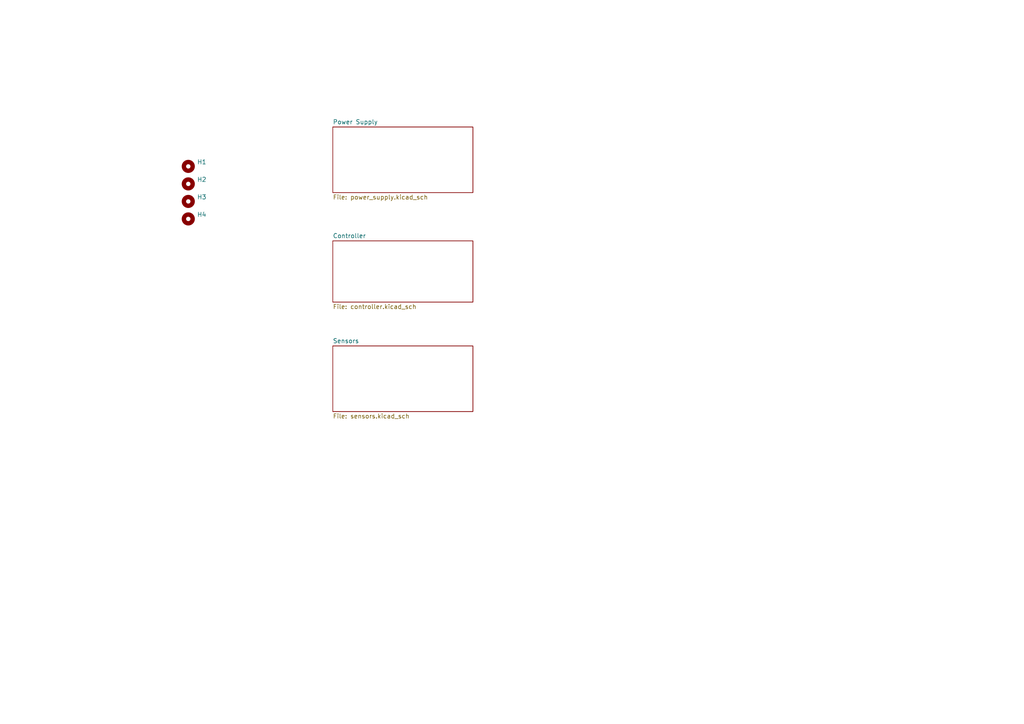
<source format=kicad_sch>
(kicad_sch (version 20211123) (generator eeschema)
  (paper "A4")
  (lib_symbols
    (symbol "Mechanical:MountingHole" (pin_names (offset 1.016))
      (property "Reference" "H" (at 0 5.08 0))
      (property "Value" "MountingHole" (at 0 3.175 0))
      (symbol "MountingHole_0_1"
        (circle (center 0 0) (radius 1.27) (stroke (width 1.27)))
      )
    )
  )
  (symbol (lib_id "Mechanical:MountingHole") (at 54.61 58.42 0) (unit 1)
    (property "Reference" "H3" (at 57.15 57.1499 0) (effects (justify left)))
    (property "Value" "MountingHole" (effects hide))
    (property "Footprint" "MountingHole:MountingHole_3.2mm_M3" (effects hide))
  )
  (symbol (lib_id "Mechanical:MountingHole") (at 54.61 48.26 0) (unit 1)
    (property "Reference" "H1" (at 57.15 46.9899 0) (effects (justify left)))
    (property "Value" "MountingHole" (effects hide))
    (property "Footprint" "MountingHole:MountingHole_3.2mm_M3" (effects hide))
  )
  (symbol (lib_id "Mechanical:MountingHole") (at 54.61 63.5 0) (unit 1)
    (property "Reference" "H4" (at 57.15 62.2299 0) (effects (justify left)))
    (property "Value" "MountingHole" (effects hide))
    (property "Footprint" "MountingHole:MountingHole_3.2mm_M3" (effects hide))
  )
  (symbol (lib_id "Mechanical:MountingHole") (at 54.61 53.34 0) (unit 1)
    (property "Reference" "H2" (at 57.15 52.0699 0) (effects (justify left)))
    (property "Value" "MountingHole" (effects hide))
    (property "Footprint" "MountingHole:MountingHole_3.2mm_M3" (effects hide))
  )
  (sheet (at 96.52 69.85) (size 40.64 17.78) (stroke (width 0.1524))
    (property "Sheet name" "Controller" (at 96.52 69.1384 0) (effects (justify left bottom)))
    (property "Sheet file" "controller.kicad_sch" (at 96.52 88.2146 0) (effects (justify left top)))
  )
  (sheet (at 96.52 100.33) (size 40.64 19.05) (stroke (width 0.1524))
    (property "Sheet name" "Sensors" (at 96.52 99.6184 0) (effects (justify left bottom)))
    (property "Sheet file" "sensors.kicad_sch" (at 96.52 119.9646 0) (effects (justify left top)))
  )
  (sheet (at 96.52 36.83) (size 40.64 19.05) (stroke (width 0.1524))
    (property "Sheet name" "Power Supply" (at 96.52 36.1184 0) (effects (justify left bottom)))
    (property "Sheet file" "power_supply.kicad_sch" (at 96.52 56.4646 0) (effects (justify left top)))
  )
)
</source>
